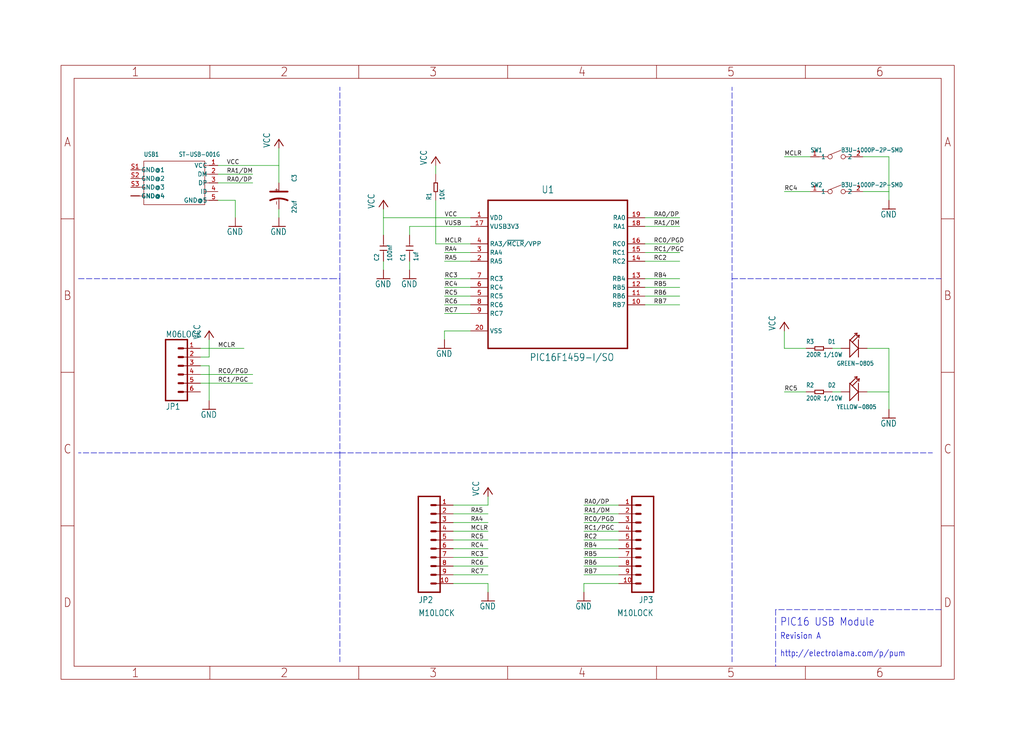
<source format=kicad_sch>
(kicad_sch (version 20211123) (generator eeschema)
  (paper "User" 298.45 217.881)
  (lib_symbols
    (symbol "eagleSchem-eagle-import:CERAMIC-100NF-50V-10%-X7R(0603)"
      (property "Reference" "C" (at -3.81 1.27 0))
      (property "Value" "CERAMIC-100NF-50V-10%-X7R(0603)" (at -3.81 -2.54 0))
      (symbol "CERAMIC-100NF-50V-10%-X7R(0603)_1_0"
        (polyline (pts (xy -1.27 0) (xy -0.635 0)) (stroke (width 0.1524)))
        (polyline (pts (xy -0.635 -1.016) (xy -0.635 0)) (stroke (width 0.254)))
        (polyline (pts (xy -0.635 0) (xy -0.635 1.016)) (stroke (width 0.254)))
        (polyline (pts (xy 0.635 0) (xy 0.635 -1.016)) (stroke (width 0.254)))
        (polyline (pts (xy 0.635 0) (xy 1.27 0)) (stroke (width 0.1524)))
        (polyline (pts (xy 0.635 1.016) (xy 0.635 0)) (stroke (width 0.254)))
        (pin passive line (at -3.81 0 0) (length 2.54) (name "1") (number "1"))
        (pin passive line (at 3.81 0 180) (length 2.54) (name "2") (number "2"))
      )
    )
    (symbol "eagleSchem-eagle-import:CERAMIC-1UF-25V-10%-X7R(0603)"
      (property "Reference" "C" (at -3.81 1.27 0))
      (property "Value" "CERAMIC-1UF-25V-10%-X7R(0603)" (at -3.81 -2.54 0))
      (symbol "CERAMIC-1UF-25V-10%-X7R(0603)_1_0"
        (polyline (pts (xy -1.27 0) (xy -0.635 0)) (stroke (width 0.1524)))
        (polyline (pts (xy -0.635 -1.016) (xy -0.635 0)) (stroke (width 0.254)))
        (polyline (pts (xy -0.635 0) (xy -0.635 1.016)) (stroke (width 0.254)))
        (polyline (pts (xy 0.635 0) (xy 0.635 -1.016)) (stroke (width 0.254)))
        (polyline (pts (xy 0.635 0) (xy 1.27 0)) (stroke (width 0.1524)))
        (polyline (pts (xy 0.635 1.016) (xy 0.635 0)) (stroke (width 0.254)))
        (pin passive line (at -3.81 0 0) (length 2.54) (name "1") (number "1"))
        (pin passive line (at 3.81 0 180) (length 2.54) (name "2") (number "2"))
      )
    )
    (symbol "eagleSchem-eagle-import:FRAME-A4L-PLAIN"
      (symbol "FRAME-A4L-PLAIN_0_0"
        (polyline (pts (xy 0 44.7675) (xy 3.81 44.7675)))
        (polyline (pts (xy 0 89.535) (xy 3.81 89.535)))
        (polyline (pts (xy 0 134.3025) (xy 3.81 134.3025)))
        (polyline (pts (xy 3.81 3.81) (xy 3.81 175.26)))
        (polyline (pts (xy 43.3917 0) (xy 43.3917 3.81)))
        (polyline (pts (xy 43.3917 175.26) (xy 43.3917 179.07)))
        (polyline (pts (xy 86.7833 0) (xy 86.7833 3.81)))
        (polyline (pts (xy 86.7833 175.26) (xy 86.7833 179.07)))
        (polyline (pts (xy 130.175 0) (xy 130.175 3.81)))
        (polyline (pts (xy 130.175 175.26) (xy 130.175 179.07)))
        (polyline (pts (xy 173.5667 0) (xy 173.5667 3.81)))
        (polyline (pts (xy 173.5667 175.26) (xy 173.5667 179.07)))
        (polyline (pts (xy 216.9583 0) (xy 216.9583 3.81)))
        (polyline (pts (xy 216.9583 175.26) (xy 216.9583 179.07)))
        (polyline (pts (xy 256.54 3.81) (xy 3.81 3.81)))
        (polyline (pts (xy 256.54 3.81) (xy 256.54 175.26)))
        (polyline (pts (xy 256.54 44.7675) (xy 260.35 44.7675)))
        (polyline (pts (xy 256.54 89.535) (xy 260.35 89.535)))
        (polyline (pts (xy 256.54 134.3025) (xy 260.35 134.3025)))
        (polyline (pts (xy 256.54 175.26) (xy 3.81 175.26)))
        (polyline (pts (xy 0 0) (xy 260.35 0) (xy 260.35 179.07) (xy 0 179.07) (xy 0 0)))
        (text "1" (at 21.6958 1.905 0) (effects (font (size 2.54 2.286))))
        (text "1" (at 21.6958 177.165 0) (effects (font (size 2.54 2.286))))
        (text "2" (at 65.0875 1.905 0) (effects (font (size 2.54 2.286))))
        (text "2" (at 65.0875 177.165 0) (effects (font (size 2.54 2.286))))
        (text "3" (at 108.4792 1.905 0) (effects (font (size 2.54 2.286))))
        (text "3" (at 108.4792 177.165 0) (effects (font (size 2.54 2.286))))
        (text "4" (at 151.8708 1.905 0) (effects (font (size 2.54 2.286))))
        (text "4" (at 151.8708 177.165 0) (effects (font (size 2.54 2.286))))
        (text "5" (at 195.2625 1.905 0) (effects (font (size 2.54 2.286))))
        (text "5" (at 195.2625 177.165 0) (effects (font (size 2.54 2.286))))
        (text "6" (at 238.6542 1.905 0) (effects (font (size 2.54 2.286))))
        (text "6" (at 238.6542 177.165 0) (effects (font (size 2.54 2.286))))
        (text "A" (at 1.905 156.6863 0) (effects (font (size 2.54 2.286))))
        (text "A" (at 258.445 156.6863 0) (effects (font (size 2.54 2.286))))
        (text "B" (at 1.905 111.9188 0) (effects (font (size 2.54 2.286))))
        (text "B" (at 258.445 111.9188 0) (effects (font (size 2.54 2.286))))
        (text "C" (at 1.905 67.1513 0) (effects (font (size 2.54 2.286))))
        (text "C" (at 258.445 67.1513 0) (effects (font (size 2.54 2.286))))
        (text "D" (at 1.905 22.3838 0) (effects (font (size 2.54 2.286))))
        (text "D" (at 258.445 22.3838 0) (effects (font (size 2.54 2.286))))
      )
      (symbol "FRAME-A4L-PLAIN_1_0"
        (polyline (pts (xy 256.54 3.81) (xy 256.54 8.89)) (stroke (width 0.1016)))
        (polyline (pts (xy 256.54 8.89) (xy 256.54 13.97)) (stroke (width 0.1016)))
        (polyline (pts (xy 256.54 13.97) (xy 256.54 19.05)) (stroke (width 0.1016)))
        (polyline (pts (xy 256.54 19.05) (xy 256.54 24.13)) (stroke (width 0.1016)))
      )
    )
    (symbol "eagleSchem-eagle-import:GND" (power)
      (property "Value" "GND" (at -2.54 -2.54 0))
      (symbol "GND_1_0"
        (polyline (pts (xy -1.905 0) (xy 1.905 0)) (stroke (width 0.254)))
        (pin power_in line (at 0 2.54 270) (length 2.54) (name "GND") (number "1"))
      )
    )
    (symbol "eagleSchem-eagle-import:M06LOCK"
      (property "Reference" "JP" (at -5.08 10.922 0))
      (property "Value" "M06LOCK" (at -5.08 -10.16 0))
      (symbol "M06LOCK_1_0"
        (polyline (pts (xy -5.08 10.16) (xy -5.08 -7.62)) (stroke (width 0.4064)))
        (polyline (pts (xy -5.08 10.16) (xy 1.27 10.16)) (stroke (width 0.4064)))
        (polyline (pts (xy -1.27 -5.08) (xy 0 -5.08)) (stroke (width 0.6096)))
        (polyline (pts (xy -1.27 -2.54) (xy 0 -2.54)) (stroke (width 0.6096)))
        (polyline (pts (xy -1.27 0) (xy 0 0)) (stroke (width 0.6096)))
        (polyline (pts (xy -1.27 2.54) (xy 0 2.54)) (stroke (width 0.6096)))
        (polyline (pts (xy -1.27 5.08) (xy 0 5.08)) (stroke (width 0.6096)))
        (polyline (pts (xy -1.27 7.62) (xy 0 7.62)) (stroke (width 0.6096)))
        (polyline (pts (xy 1.27 -7.62) (xy -5.08 -7.62)) (stroke (width 0.4064)))
        (polyline (pts (xy 1.27 -7.62) (xy 1.27 10.16)) (stroke (width 0.4064)))
        (pin passive line (at 5.08 -5.08 180) (length 5.08) (name "1") (number "1"))
        (pin passive line (at 5.08 -2.54 180) (length 5.08) (name "2") (number "2"))
        (pin passive line (at 5.08 0 180) (length 5.08) (name "3") (number "3"))
        (pin passive line (at 5.08 2.54 180) (length 5.08) (name "4") (number "4"))
        (pin passive line (at 5.08 5.08 180) (length 5.08) (name "5") (number "5"))
        (pin passive line (at 5.08 7.62 180) (length 5.08) (name "6") (number "6"))
      )
    )
    (symbol "eagleSchem-eagle-import:M10LOCK"
      (property "Reference" "JP" (at 0 8.89 0))
      (property "Value" "M10LOCK" (at 0 -22.86 0))
      (symbol "M10LOCK_1_0"
        (polyline (pts (xy 0 7.62) (xy 0 -20.32)) (stroke (width 0.4064)))
        (polyline (pts (xy 0 7.62) (xy 6.35 7.62)) (stroke (width 0.4064)))
        (polyline (pts (xy 3.81 -17.78) (xy 5.08 -17.78)) (stroke (width 0.6096)))
        (polyline (pts (xy 3.81 -15.24) (xy 5.08 -15.24)) (stroke (width 0.6096)))
        (polyline (pts (xy 3.81 -12.7) (xy 5.08 -12.7)) (stroke (width 0.6096)))
        (polyline (pts (xy 3.81 -10.16) (xy 5.08 -10.16)) (stroke (width 0.6096)))
        (polyline (pts (xy 3.81 -7.62) (xy 5.08 -7.62)) (stroke (width 0.6096)))
        (polyline (pts (xy 3.81 -5.08) (xy 5.08 -5.08)) (stroke (width 0.6096)))
        (polyline (pts (xy 3.81 -2.54) (xy 5.08 -2.54)) (stroke (width 0.6096)))
        (polyline (pts (xy 3.81 0) (xy 5.08 0)) (stroke (width 0.6096)))
        (polyline (pts (xy 3.81 2.54) (xy 5.08 2.54)) (stroke (width 0.6096)))
        (polyline (pts (xy 3.81 5.08) (xy 5.08 5.08)) (stroke (width 0.6096)))
        (polyline (pts (xy 6.35 -20.32) (xy 0 -20.32)) (stroke (width 0.4064)))
        (polyline (pts (xy 6.35 -20.32) (xy 6.35 7.62)) (stroke (width 0.4064)))
        (pin passive line (at 10.16 -17.78 180) (length 5.08) (name "1") (number "1"))
        (pin passive line (at 10.16 5.08 180) (length 5.08) (name "10") (number "10"))
        (pin passive line (at 10.16 -15.24 180) (length 5.08) (name "2") (number "2"))
        (pin passive line (at 10.16 -12.7 180) (length 5.08) (name "3") (number "3"))
        (pin passive line (at 10.16 -10.16 180) (length 5.08) (name "4") (number "4"))
        (pin passive line (at 10.16 -7.62 180) (length 5.08) (name "5") (number "5"))
        (pin passive line (at 10.16 -5.08 180) (length 5.08) (name "6") (number "6"))
        (pin passive line (at 10.16 -2.54 180) (length 5.08) (name "7") (number "7"))
        (pin passive line (at 10.16 0 180) (length 5.08) (name "8") (number "8"))
        (pin passive line (at 10.16 2.54 180) (length 5.08) (name "9") (number "9"))
      )
    )
    (symbol "eagleSchem-eagle-import:MICRO-USB-SMD-B-WITHOUT-POST-W{slash}P(ST-USB-001G)"
      (property "Reference" "USB" (at -8.89 7.62 0))
      (property "Value" "MICRO-USB-SMD-B-WITHOUT-POST-W{slash}P(ST-USB-001G)" (at 1.27 7.62 0))
      (symbol "MICRO-USB-SMD-B-WITHOUT-POST-W{slash}P(ST-USB-001G)_1_0"
        (polyline (pts (xy -10.16 -3.81) (xy -8.89 -3.81)) (stroke (width 0.1524)))
        (polyline (pts (xy -10.16 -1.27) (xy -8.89 -1.27)) (stroke (width 0.1524)))
        (polyline (pts (xy -10.16 1.27) (xy -8.89 1.27)) (stroke (width 0.1524)))
        (polyline (pts (xy -10.16 3.81) (xy -8.89 3.81)) (stroke (width 0.1524)))
        (polyline (pts (xy -8.89 -6.35) (xy 8.89 -6.35)) (stroke (width 0.1524)))
        (polyline (pts (xy -8.89 -3.81) (xy -8.89 -6.35)) (stroke (width 0.1524)))
        (polyline (pts (xy -8.89 -1.27) (xy -8.89 -3.81)) (stroke (width 0.1524)))
        (polyline (pts (xy -8.89 1.27) (xy -8.89 -1.27)) (stroke (width 0.1524)))
        (polyline (pts (xy -8.89 3.81) (xy -8.89 1.27)) (stroke (width 0.1524)))
        (polyline (pts (xy -8.89 6.35) (xy -8.89 3.81)) (stroke (width 0.1524)))
        (polyline (pts (xy 8.89 -6.35) (xy 8.89 -5.08)) (stroke (width 0.1524)))
        (polyline (pts (xy 8.89 -5.08) (xy 8.89 -2.54)) (stroke (width 0.1524)))
        (polyline (pts (xy 8.89 -5.08) (xy 10.16 -5.08)) (stroke (width 0.1524)))
        (polyline (pts (xy 8.89 -2.54) (xy 8.89 0)) (stroke (width 0.1524)))
        (polyline (pts (xy 8.89 -2.54) (xy 10.16 -2.54)) (stroke (width 0.1524)))
        (polyline (pts (xy 8.89 0) (xy 8.89 2.54)) (stroke (width 0.1524)))
        (polyline (pts (xy 8.89 0) (xy 10.16 0)) (stroke (width 0.1524)))
        (polyline (pts (xy 8.89 2.54) (xy 8.89 5.08)) (stroke (width 0.1524)))
        (polyline (pts (xy 8.89 2.54) (xy 10.16 2.54)) (stroke (width 0.1524)))
        (polyline (pts (xy 8.89 5.08) (xy 8.89 6.35)) (stroke (width 0.1524)))
        (polyline (pts (xy 8.89 5.08) (xy 11.43 5.08)) (stroke (width 0.1524)))
        (polyline (pts (xy 8.89 6.35) (xy -8.89 6.35)) (stroke (width 0.1524)))
        (pin bidirectional line (at 12.7 5.08 180) (length 2.54) (name "VCC") (number "1"))
        (pin bidirectional line (at 12.7 2.54 180) (length 2.54) (name "DM") (number "2"))
        (pin bidirectional line (at 12.7 0 180) (length 2.54) (name "DP") (number "3"))
        (pin bidirectional line (at 12.7 -2.54 180) (length 2.54) (name "ID") (number "4"))
        (pin bidirectional line (at 12.7 -5.08 180) (length 2.54) (name "GND@5") (number "5"))
        (pin bidirectional line (at -12.7 3.81 0) (length 2.54) (name "GND@1") (number "S1"))
        (pin bidirectional line (at -12.7 1.27 0) (length 2.54) (name "GND@2") (number "S2"))
        (pin bidirectional line (at -12.7 -1.27 0) (length 2.54) (name "GND@3") (number "S3"))
        (pin bidirectional line (at -12.7 -3.81 0) (length 2.54) (name "GND@4") (number "S4"))
        (pin bidirectional line (at -12.7 -3.81 0) (length 2.54) (name "GND@4") (number "S5"))
        (pin bidirectional line (at -12.7 -3.81 0) (length 2.54) (name "GND@4") (number "S6"))
      )
    )
    (symbol "eagleSchem-eagle-import:PIC16F1459-I{slash}SO"
      (property "Value" "PIC16F1459-I{slash}SO" (at -8.2296 -29.1592 0))
      (symbol "PIC16F1459-I{slash}SO_1_0"
        (polyline (pts (xy -20.32 -25.4) (xy 20.32 -25.4)) (stroke (width 0.4064)))
        (polyline (pts (xy -20.32 17.78) (xy -20.32 -25.4)) (stroke (width 0.4064)))
        (polyline (pts (xy 20.32 -25.4) (xy 20.32 17.78)) (stroke (width 0.4064)))
        (polyline (pts (xy 20.32 17.78) (xy -20.32 17.78)) (stroke (width 0.4064)))
        (pin power_in line (at -25.4 12.7 0) (length 5.08) (name "VDD") (number "1"))
        (pin bidirectional line (at 25.4 -12.7 180) (length 5.08) (name "RB7") (number "10"))
        (pin bidirectional line (at 25.4 -10.16 180) (length 5.08) (name "RB6") (number "11"))
        (pin bidirectional line (at 25.4 -7.62 180) (length 5.08) (name "RB5") (number "12"))
        (pin bidirectional line (at 25.4 -5.08 180) (length 5.08) (name "RB4") (number "13"))
        (pin bidirectional line (at 25.4 0 180) (length 5.08) (name "RC2") (number "14"))
        (pin bidirectional line (at 25.4 2.54 180) (length 5.08) (name "RC1") (number "15"))
        (pin bidirectional line (at 25.4 5.08 180) (length 5.08) (name "RC0") (number "16"))
        (pin power_in line (at -25.4 10.16 0) (length 5.08) (name "VUSB3V3") (number "17"))
        (pin bidirectional line (at 25.4 10.16 180) (length 5.08) (name "RA1") (number "18"))
        (pin bidirectional line (at 25.4 12.7 180) (length 5.08) (name "RA0") (number "19"))
        (pin bidirectional line (at -25.4 0 0) (length 5.08) (name "RA5") (number "2"))
        (pin power_in line (at -25.4 -20.32 0) (length 5.08) (name "VSS") (number "20"))
        (pin bidirectional line (at -25.4 2.54 0) (length 5.08) (name "RA4") (number "3"))
        (pin bidirectional line (at -25.4 5.08 0) (length 5.08) (name "RA3/~{MCLR}/VPP") (number "4"))
        (pin bidirectional line (at -25.4 -10.16 0) (length 5.08) (name "RC5") (number "5"))
        (pin bidirectional line (at -25.4 -7.62 0) (length 5.08) (name "RC4") (number "6"))
        (pin bidirectional line (at -25.4 -5.08 0) (length 5.08) (name "RC3") (number "7"))
        (pin bidirectional line (at -25.4 -12.7 0) (length 5.08) (name "RC6") (number "8"))
        (pin bidirectional line (at -25.4 -15.24 0) (length 5.08) (name "RC7") (number "9"))
      )
    )
    (symbol "eagleSchem-eagle-import:SMD-BUTTON(2P-3.0X2.5X1.2+0.4MM)-B3U-1000P-2P-SMD"
      (property "Reference" "SW" (at -7.62 1.27 0))
      (property "Value" "SMD-BUTTON(2P-3.0X2.5X1.2+0.4MM)-B3U-1000P-2P-SMD" (at 1.27 1.27 0))
      (symbol "SMD-BUTTON(2P-3.0X2.5X1.2+0.4MM)-B3U-1000P-2P-SMD_1_0"
        (circle (center -1.905 0) (radius 0.635) (stroke (width 0.1524)))
        (polyline (pts (xy -5.08 0) (xy -2.54 0)) (stroke (width 0.1524)))
        (polyline (pts (xy -1.905 0.635) (xy 1.27 1.905)) (stroke (width 0.1524)))
        (polyline (pts (xy 2.54 0) (xy 5.08 0)) (stroke (width 0.1524)))
        (circle (center 1.905 0) (radius 0.635) (stroke (width 0.1524)))
        (pin bidirectional line (at -7.62 0 0) (length 2.54) (name "1") (number "1"))
        (pin bidirectional line (at 7.62 0 180) (length 2.54) (name "2") (number "2"))
      )
    )
    (symbol "eagleSchem-eagle-import:SMD-LED-CLEAR-GREEN(0805)"
      (property "Reference" "D" (at -7.62 1.27 0))
      (property "Value" "SMD-LED-CLEAR-GREEN(0805)" (at -5.08 -5.08 0))
      (symbol "SMD-LED-CLEAR-GREEN(0805)_1_0"
        (polyline (pts (xy -1.27 -2.54) (xy -1.27 2.54)) (stroke (width 0.254)))
        (polyline (pts (xy -1.27 2.54) (xy -1.143 2.413)) (stroke (width 0.254)))
        (polyline (pts (xy -1.143 2.413) (xy -0.508 1.778)) (stroke (width 0.254)))
        (polyline (pts (xy -1.143 2.413) (xy 0.889 4.445)) (stroke (width 0.254)))
        (polyline (pts (xy -0.508 1.778) (xy 1.27 0)) (stroke (width 0.254)))
        (polyline (pts (xy -0.508 1.778) (xy 1.524 3.81)) (stroke (width 0.254)))
        (polyline (pts (xy 0.889 4.445) (xy 0.127 4.318)) (stroke (width 0.254)))
        (polyline (pts (xy 0.889 4.445) (xy 0.762 3.683)) (stroke (width 0.254)))
        (polyline (pts (xy 1.27 0) (xy -1.27 -2.54)) (stroke (width 0.254)))
        (polyline (pts (xy 1.27 2.54) (xy 1.27 -2.54)) (stroke (width 0.254)))
        (polyline (pts (xy 1.524 3.81) (xy 0.762 3.683)) (stroke (width 0.254)))
        (polyline (pts (xy 1.524 3.81) (xy 1.397 3.048)) (stroke (width 0.254)))
        (pin passive line (at -3.81 0 0) (length 2.54) (name "+") (number "+"))
        (pin passive line (at 3.81 0 180) (length 2.54) (name "-") (number "-"))
      )
    )
    (symbol "eagleSchem-eagle-import:SMD-LED-CLEAR-YELLOW(0805)"
      (property "Reference" "D" (at -7.62 1.27 0))
      (property "Value" "SMD-LED-CLEAR-YELLOW(0805)" (at -5.08 -5.08 0))
      (symbol "SMD-LED-CLEAR-YELLOW(0805)_1_0"
        (polyline (pts (xy -1.27 -2.54) (xy -1.27 2.54)) (stroke (width 0.254)))
        (polyline (pts (xy -1.27 2.54) (xy -1.143 2.413)) (stroke (width 0.254)))
        (polyline (pts (xy -1.143 2.413) (xy -0.508 1.778)) (stroke (width 0.254)))
        (polyline (pts (xy -1.143 2.413) (xy 0.889 4.445)) (stroke (width 0.254)))
        (polyline (pts (xy -0.508 1.778) (xy 1.27 0)) (stroke (width 0.254)))
        (polyline (pts (xy -0.508 1.778) (xy 1.524 3.81)) (stroke (width 0.254)))
        (polyline (pts (xy 0.889 4.445) (xy 0.127 4.318)) (stroke (width 0.254)))
        (polyline (pts (xy 0.889 4.445) (xy 0.762 3.683)) (stroke (width 0.254)))
        (polyline (pts (xy 1.27 0) (xy -1.27 -2.54)) (stroke (width 0.254)))
        (polyline (pts (xy 1.27 2.54) (xy 1.27 -2.54)) (stroke (width 0.254)))
        (polyline (pts (xy 1.524 3.81) (xy 0.762 3.683)) (stroke (width 0.254)))
        (polyline (pts (xy 1.524 3.81) (xy 1.397 3.048)) (stroke (width 0.254)))
        (pin passive line (at -3.81 0 0) (length 2.54) (name "+") (number "+"))
        (pin passive line (at 3.81 0 180) (length 2.54) (name "-") (number "-"))
      )
    )
    (symbol "eagleSchem-eagle-import:SMD-RES-10K-1%-1{slash}10W(0603)"
      (property "Reference" "R" (at -3.81 1.27 0))
      (property "Value" "SMD-RES-10K-1%-1{slash}10W(0603)" (at -3.81 -2.54 0))
      (symbol "SMD-RES-10K-1%-1{slash}10W(0603)_1_0"
        (polyline (pts (xy -1.27 -0.508) (xy -1.27 0.508)) (stroke (width 0.254)))
        (polyline (pts (xy -1.27 0.508) (xy 1.27 0.508)) (stroke (width 0.254)))
        (polyline (pts (xy 1.27 -0.508) (xy -1.27 -0.508)) (stroke (width 0.254)))
        (polyline (pts (xy 1.27 0.508) (xy 1.27 -0.508)) (stroke (width 0.254)))
        (pin passive line (at -3.81 0 0) (length 2.54) (name "1") (number "1"))
        (pin passive line (at 3.81 0 180) (length 2.54) (name "2") (number "2"))
      )
    )
    (symbol "eagleSchem-eagle-import:SMD-RES-200R-5%-1{slash}10W(0603)"
      (property "Reference" "R" (at -3.81 1.27 0))
      (property "Value" "SMD-RES-200R-5%-1{slash}10W(0603)" (at -3.81 -2.54 0))
      (symbol "SMD-RES-200R-5%-1{slash}10W(0603)_1_0"
        (polyline (pts (xy -1.27 -0.508) (xy -1.27 0.508)) (stroke (width 0.254)))
        (polyline (pts (xy -1.27 0.508) (xy 1.27 0.508)) (stroke (width 0.254)))
        (polyline (pts (xy 1.27 -0.508) (xy -1.27 -0.508)) (stroke (width 0.254)))
        (polyline (pts (xy 1.27 0.508) (xy 1.27 -0.508)) (stroke (width 0.254)))
        (pin passive line (at -3.81 0 0) (length 2.54) (name "1") (number "1"))
        (pin passive line (at 3.81 0 180) (length 2.54) (name "2") (number "2"))
      )
    )
    (symbol "eagleSchem-eagle-import:TANTALUM-SMD-22UF-16V(AVX-B)"
      (property "Reference" "C" (at -6.35 3.81 0))
      (property "Value" "TANTALUM-SMD-22UF-16V(AVX-B)" (at 1.27 3.81 0))
      (symbol "TANTALUM-SMD-22UF-16V(AVX-B)_1_0"
        (polyline (pts (xy -1.27 2.54) (xy -1.27 -2.54)) (stroke (width 0.508)))
        (polyline (pts (xy 1.27 0) (xy 0.635 0)) (stroke (width 0.1524)))
        (arc (start 1.27 2.54) (mid 0.731 0) (end 1.27 -2.54) (stroke (width 0.508)))
        (text "+" (at -2.54 0 0) (effects (font (size 1.27 1.0795)) (justify left bottom)))
        (text "-" (at 1.27 0 0) (effects (font (size 1.27 1.0795)) (justify left bottom)))
        (pin passive line (at -3.81 0 0) (length 2.54) (name "+") (number "+"))
        (pin passive line (at 3.81 0 180) (length 2.54) (name "-") (number "-"))
      )
    )
    (symbol "eagleSchem-eagle-import:VCC" (power)
      (property "Value" "VCC" (at -2.54 -2.54 90))
      (symbol "VCC_1_0"
        (polyline (pts (xy 0 0) (xy -1.27 -1.905)) (stroke (width 0.254)))
        (polyline (pts (xy 1.27 -1.905) (xy 0 0)) (stroke (width 0.254)))
        (pin power_in line (at 0 -2.54 90) (length 2.54) (name "VCC") (number "1"))
      )
    )
  )
  (wire (pts (xy 137.16 76.2) (xy 129.54 76.2)))
  (wire (pts (xy 127 71.12) (xy 137.16 71.12)))
  (wire (pts (xy 187.96 66.04) (xy 198.12 66.04)))
  (polyline (pts (xy 99.06 132.08) (xy 22.86 132.08)))
  (wire (pts (xy 180.34 162.56) (xy 170.18 162.56)))
  (wire (pts (xy 60.96 106.68) (xy 60.96 116.84)))
  (wire (pts (xy 242.57 101.6) (xy 245.11 101.6)))
  (wire (pts (xy 119.38 76.2) (xy 119.38 78.74)))
  (polyline (pts (xy 99.06 132.08) (xy 213.36 132.08)))
  (wire (pts (xy 137.16 91.44) (xy 129.54 91.44)))
  (wire (pts (xy 187.96 86.36) (xy 198.12 86.36)))
  (wire (pts (xy 137.16 81.28) (xy 129.54 81.28)))
  (wire (pts (xy 180.34 165.1) (xy 170.18 165.1)))
  (wire (pts (xy 129.54 96.52) (xy 129.54 99.06)))
  (wire (pts (xy 259.08 114.3) (xy 259.08 101.6)))
  (wire (pts (xy 132.08 170.18) (xy 142.24 170.18)))
  (wire (pts (xy 187.96 88.9) (xy 198.12 88.9)))
  (wire (pts (xy 187.96 63.5) (xy 198.12 63.5)))
  (wire (pts (xy 81.28 48.26) (xy 81.28 43.18)))
  (wire (pts (xy 132.08 147.32) (xy 142.24 147.32)))
  (polyline (pts (xy 213.36 81.28) (xy 274.32 81.28)))
  (wire (pts (xy 180.34 152.4) (xy 170.18 152.4)))
  (wire (pts (xy 180.34 160.02) (xy 170.18 160.02)))
  (polyline (pts (xy 226.06 177.8) (xy 226.06 194.31)))
  (wire (pts (xy 132.08 160.02) (xy 142.24 160.02)))
  (wire (pts (xy 58.42 104.14) (xy 60.96 104.14)))
  (polyline (pts (xy 22.86 81.28) (xy 96.52 81.28)))
  (wire (pts (xy 132.08 167.64) (xy 142.24 167.64)))
  (wire (pts (xy 111.76 60.96) (xy 111.76 63.5)))
  (polyline (pts (xy 213.36 81.28) (xy 213.36 25.4)))
  (wire (pts (xy 60.96 104.14) (xy 60.96 99.06)))
  (wire (pts (xy 242.57 114.3) (xy 245.11 114.3)))
  (wire (pts (xy 58.42 101.6) (xy 71.12 101.6)))
  (wire (pts (xy 58.42 106.68) (xy 60.96 106.68)))
  (wire (pts (xy 170.18 170.18) (xy 170.18 172.72)))
  (polyline (pts (xy 96.52 81.28) (xy 99.06 81.28)))
  (wire (pts (xy 187.96 71.12) (xy 198.12 71.12)))
  (wire (pts (xy 251.46 45.72) (xy 259.08 45.72)))
  (wire (pts (xy 142.24 170.18) (xy 142.24 172.72)))
  (wire (pts (xy 228.6 96.52) (xy 228.6 101.6)))
  (wire (pts (xy 252.73 114.3) (xy 259.08 114.3)))
  (wire (pts (xy 187.96 73.66) (xy 198.12 73.66)))
  (wire (pts (xy 58.42 111.76) (xy 73.66 111.76)))
  (wire (pts (xy 187.96 81.28) (xy 198.12 81.28)))
  (wire (pts (xy 137.16 73.66) (xy 129.54 73.66)))
  (wire (pts (xy 81.28 60.96) (xy 81.28 63.5)))
  (wire (pts (xy 137.16 63.5) (xy 111.76 63.5)))
  (polyline (pts (xy 213.36 132.08) (xy 213.36 81.28)))
  (wire (pts (xy 127 58.42) (xy 127 71.12)))
  (wire (pts (xy 119.38 66.04) (xy 119.38 68.58)))
  (wire (pts (xy 63.5 53.34) (xy 73.66 53.34)))
  (wire (pts (xy 58.42 109.22) (xy 73.66 109.22)))
  (wire (pts (xy 236.22 45.72) (xy 228.6 45.72)))
  (polyline (pts (xy 274.32 177.8) (xy 226.06 177.8)))
  (wire (pts (xy 132.08 152.4) (xy 142.24 152.4)))
  (wire (pts (xy 137.16 96.52) (xy 129.54 96.52)))
  (wire (pts (xy 180.34 147.32) (xy 170.18 147.32)))
  (wire (pts (xy 142.24 147.32) (xy 142.24 144.78)))
  (polyline (pts (xy 213.36 132.08) (xy 271.78 132.08)))
  (wire (pts (xy 180.34 157.48) (xy 170.18 157.48)))
  (wire (pts (xy 63.5 58.42) (xy 68.58 58.42)))
  (wire (pts (xy 259.08 114.3) (xy 259.08 119.38)))
  (wire (pts (xy 63.5 50.8) (xy 73.66 50.8)))
  (wire (pts (xy 132.08 165.1) (xy 142.24 165.1)))
  (wire (pts (xy 236.22 55.88) (xy 228.6 55.88)))
  (wire (pts (xy 180.34 149.86) (xy 170.18 149.86)))
  (wire (pts (xy 228.6 114.3) (xy 234.95 114.3)))
  (polyline (pts (xy 99.06 132.08) (xy 99.06 193.04)))
  (wire (pts (xy 252.73 101.6) (xy 259.08 101.6)))
  (wire (pts (xy 132.08 149.86) (xy 142.24 149.86)))
  (polyline (pts (xy 213.36 132.08) (xy 213.36 193.04)))
  (wire (pts (xy 187.96 83.82) (xy 198.12 83.82)))
  (wire (pts (xy 180.34 167.64) (xy 170.18 167.64)))
  (wire (pts (xy 63.5 48.26) (xy 81.28 48.26)))
  (wire (pts (xy 68.58 58.42) (xy 68.58 63.5)))
  (wire (pts (xy 228.6 101.6) (xy 234.95 101.6)))
  (wire (pts (xy 251.46 55.88) (xy 259.08 55.88)))
  (polyline (pts (xy 99.06 81.28) (xy 99.06 132.08)))
  (wire (pts (xy 180.34 170.18) (xy 170.18 170.18)))
  (wire (pts (xy 180.34 154.94) (xy 170.18 154.94)))
  (polyline (pts (xy 99.06 81.28) (xy 99.06 25.4)))
  (wire (pts (xy 137.16 66.04) (xy 119.38 66.04)))
  (wire (pts (xy 127 48.26) (xy 127 50.8)))
  (wire (pts (xy 132.08 154.94) (xy 142.24 154.94)))
  (wire (pts (xy 111.76 63.5) (xy 111.76 68.58)))
  (wire (pts (xy 111.76 76.2) (xy 111.76 78.74)))
  (wire (pts (xy 187.96 76.2) (xy 198.12 76.2)))
  (wire (pts (xy 137.16 86.36) (xy 129.54 86.36)))
  (wire (pts (xy 259.08 55.88) (xy 259.08 58.42)))
  (wire (pts (xy 137.16 88.9) (xy 129.54 88.9)))
  (wire (pts (xy 137.16 83.82) (xy 129.54 83.82)))
  (wire (pts (xy 132.08 162.56) (xy 142.24 162.56)))
  (wire (pts (xy 132.08 157.48) (xy 142.24 157.48)))
  (wire (pts (xy 81.28 53.34) (xy 81.28 48.26)))
  (wire (pts (xy 259.08 45.72) (xy 259.08 55.88)))
  (text "http://electrolama.com/p/pum" (at 227.33 191.77 180) (effects (font (size 1.778 1.5113)) (justify left bottom)))
  (text "Revision A" (at 227.33 186.69 180) (effects (font (size 1.778 1.5113)) (justify left bottom)))
  (text "PIC16 USB Module" (at 227.33 182.88 180) (effects (font (size 2.286 1.9431)) (justify left bottom)))
  (label "RC4" (at 228.6 55.88 0) (effects (font (size 1.2446 1.2446))))
  (label "RB6" (at 170.18 165.1 0) (effects (font (size 1.2446 1.2446))))
  (label "RC3" (at 129.54 81.28 0) (effects (font (size 1.2446 1.2446))))
  (label "RC5" (at 228.6 114.3 0) (effects (font (size 1.2446 1.2446))))
  (label "RB5" (at 170.18 162.56 0) (effects (font (size 1.2446 1.2446))))
  (label "VCC" (at 129.54 63.5 0) (effects (font (size 1.2446 1.2446))))
  (label "RA4" (at 129.54 73.66 0) (effects (font (size 1.2446 1.2446))))
  (label "VCC" (at 66.04 48.26 0) (effects (font (size 1.2446 1.2446))))
  (label "RC6" (at 137.16 165.1 0) (effects (font (size 1.2446 1.2446))))
  (label "VUSB" (at 129.54 66.04 0) (effects (font (size 1.2446 1.2446))))
  (label "RC5" (at 137.16 157.48 0) (effects (font (size 1.2446 1.2446))))
  (label "RB5" (at 190.5 83.82 0) (effects (font (size 1.2446 1.2446))))
  (label "RC4" (at 137.16 160.02 0) (effects (font (size 1.2446 1.2446))))
  (label "MCLR" (at 228.6 45.72 0) (effects (font (size 1.2446 1.2446))))
  (label "RC2" (at 190.5 76.2 0) (effects (font (size 1.2446 1.2446))))
  (label "RB4" (at 190.5 81.28 0) (effects (font (size 1.2446 1.2446))))
  (label "RB7" (at 170.18 167.64 0) (effects (font (size 1.2446 1.2446))))
  (label "RA1/DM" (at 190.5 66.04 0) (effects (font (size 1.2446 1.2446))))
  (label "RC1/PGC" (at 170.18 154.94 0) (effects (font (size 1.2446 1.2446))))
  (label "RC1/PGC" (at 190.5 73.66 0) (effects (font (size 1.2446 1.2446))))
  (label "RC7" (at 129.54 91.44 0) (effects (font (size 1.2446 1.2446))))
  (label "RA1/DM" (at 170.18 149.86 0) (effects (font (size 1.2446 1.2446))))
  (label "RC6" (at 129.54 88.9 0) (effects (font (size 1.2446 1.2446))))
  (label "RA0/DP" (at 190.5 63.5 0) (effects (font (size 1.2446 1.2446))))
  (label "RC2" (at 170.18 157.48 0) (effects (font (size 1.2446 1.2446))))
  (label "RC0/PGD" (at 190.5 71.12 0) (effects (font (size 1.2446 1.2446))))
  (label "MCLR" (at 129.54 71.12 0) (effects (font (size 1.2446 1.2446))))
  (label "RC0/PGD" (at 63.5 109.22 0) (effects (font (size 1.2446 1.2446))))
  (label "RB4" (at 170.18 160.02 0) (effects (font (size 1.2446 1.2446))))
  (label "RC1/PGC" (at 63.5 111.76 0) (effects (font (size 1.2446 1.2446))))
  (label "RB7" (at 190.5 88.9 0) (effects (font (size 1.2446 1.2446))))
  (label "RC3" (at 137.16 162.56 0) (effects (font (size 1.2446 1.2446))))
  (label "RB6" (at 190.5 86.36 0) (effects (font (size 1.2446 1.2446))))
  (label "MCLR" (at 63.5 101.6 0) (effects (font (size 1.2446 1.2446))))
  (label "RC4" (at 129.54 83.82 0) (effects (font (size 1.2446 1.2446))))
  (label "RC5" (at 129.54 86.36 0) (effects (font (size 1.2446 1.2446))))
  (label "RA1/DM" (at 66.04 50.8 0) (effects (font (size 1.2446 1.2446))))
  (label "RA5" (at 137.16 149.86 0) (effects (font (size 1.2446 1.2446))))
  (label "RA0/DP" (at 170.18 147.32 0) (effects (font (size 1.2446 1.2446))))
  (label "RC0/PGD" (at 170.18 152.4 0) (effects (font (size 1.2446 1.2446))))
  (label "RC7" (at 137.16 167.64 0) (effects (font (size 1.2446 1.2446))))
  (label "RA4" (at 137.16 152.4 0) (effects (font (size 1.2446 1.2446))))
  (label "MCLR" (at 137.16 154.94 0) (effects (font (size 1.2446 1.2446))))
  (label "RA0/DP" (at 66.04 53.34 0) (effects (font (size 1.2446 1.2446))))
  (label "RA5" (at 129.54 76.2 0) (effects (font (size 1.2446 1.2446))))
  (symbol (lib_id "eagleSchem-eagle-import:M06LOCK") (at 53.34 106.68 0) (mirror x) (unit 1)
    (property "Reference" "JP1" (at 48.26 117.602 0) (effects (font (size 1.778 1.5113)) (justify left bottom)))
    (property "Value" "M06LOCK" (at 48.26 96.52 0) (effects (font (size 1.778 1.5113)) (justify left bottom)))
    (property "Footprint" "eagleSchem:1X06_LOCK" (effects hide))
  )
  (symbol (lib_id "eagleSchem-eagle-import:GND") (at 81.28 66.04 0) (unit 1)
    (property "Reference" "#GND2" (effects hide))
    (property "Value" "GND" (at 78.74 68.58 0) (effects (font (size 1.778 1.5113)) (justify left bottom)))
    (property "Footprint" "eagleSchem:" (effects hide))
  )
  (symbol (lib_id "eagleSchem-eagle-import:VCC") (at 81.28 40.64 0) (unit 1)
    (property "Reference" "#P+1" (effects hide))
    (property "Value" "VCC" (at 78.74 43.18 90) (effects (font (size 1.778 1.5113)) (justify left bottom)))
    (property "Footprint" "eagleSchem:" (effects hide))
  )
  (symbol (lib_id "eagleSchem-eagle-import:GND") (at 142.24 175.26 0) (unit 1)
    (property "Reference" "#GND9" (effects hide))
    (property "Value" "GND" (at 139.7 177.8 0) (effects (font (size 1.778 1.5113)) (justify left bottom)))
    (property "Footprint" "eagleSchem:" (effects hide))
  )
  (symbol (lib_id "eagleSchem-eagle-import:GND") (at 111.76 81.28 0) (unit 1)
    (property "Reference" "#GND3" (effects hide))
    (property "Value" "GND" (at 109.22 83.82 0) (effects (font (size 1.778 1.5113)) (justify left bottom)))
    (property "Footprint" "eagleSchem:" (effects hide))
  )
  (symbol (lib_id "eagleSchem-eagle-import:CERAMIC-1UF-25V-10%-X7R(0603)") (at 119.38 72.39 90) (unit 1)
    (property "Reference" "C1" (at 118.11 76.2 0) (effects (font (size 1.27 1.0795)) (justify left bottom)))
    (property "Value" "1uf" (at 121.92 76.2 0) (effects (font (size 1.27 1.0795)) (justify left bottom)))
    (property "Footprint" "eagleSchem:C0603" (effects hide))
  )
  (symbol (lib_id "eagleSchem-eagle-import:GND") (at 119.38 81.28 0) (unit 1)
    (property "Reference" "#GND4" (effects hide))
    (property "Value" "GND" (at 116.84 83.82 0) (effects (font (size 1.778 1.5113)) (justify left bottom)))
    (property "Footprint" "eagleSchem:" (effects hide))
  )
  (symbol (lib_id "eagleSchem-eagle-import:SMD-RES-10K-1%-1{slash}10W(0603)") (at 127 54.61 90) (unit 1)
    (property "Reference" "R1" (at 125.73 58.42 0) (effects (font (size 1.27 1.0795)) (justify left bottom)))
    (property "Value" "10K" (at 129.54 58.42 0) (effects (font (size 1.27 1.0795)) (justify left bottom)))
    (property "Footprint" "eagleSchem:R0603" (effects hide))
  )
  (symbol (lib_id "eagleSchem-eagle-import:CERAMIC-100NF-50V-10%-X7R(0603)") (at 111.76 72.39 90) (unit 1)
    (property "Reference" "C2" (at 110.49 76.2 0) (effects (font (size 1.27 1.0795)) (justify left bottom)))
    (property "Value" "100nf" (at 114.3 76.2 0) (effects (font (size 1.27 1.0795)) (justify left bottom)))
    (property "Footprint" "eagleSchem:C0603" (effects hide))
  )
  (symbol (lib_id "eagleSchem-eagle-import:FRAME-A4L-PLAIN") (at 17.78 198.12 0) (unit 1)
    (property "Reference" "#FRAME2" (effects hide))
    (property "Value" "FRAME-A4L-PLAIN" (effects hide))
    (property "Footprint" "eagleSchem:" (effects hide))
  )
  (symbol (lib_id "eagleSchem-eagle-import:MICRO-USB-SMD-B-WITHOUT-POST-W{slash}P(ST-USB-001G)") (at 50.8 53.34 0) (unit 1)
    (property "Reference" "USB1" (at 41.91 45.72 0) (effects (font (size 1.27 1.0795)) (justify left bottom)))
    (property "Value" "ST-USB-001G" (at 52.07 45.72 0) (effects (font (size 1.27 1.0795)) (justify left bottom)))
    (property "Footprint" "eagleSchem:MICRO-USB5+4P-SMD-0.65-B" (effects hide))
  )
  (symbol (lib_id "eagleSchem-eagle-import:GND") (at 68.58 66.04 0) (unit 1)
    (property "Reference" "#GND1" (effects hide))
    (property "Value" "GND" (at 66.04 68.58 0) (effects (font (size 1.778 1.5113)) (justify left bottom)))
    (property "Footprint" "eagleSchem:" (effects hide))
  )
  (symbol (lib_id "eagleSchem-eagle-import:GND") (at 129.54 101.6 0) (unit 1)
    (property "Reference" "#GND5" (effects hide))
    (property "Value" "GND" (at 127 104.14 0) (effects (font (size 1.778 1.5113)) (justify left bottom)))
    (property "Footprint" "eagleSchem:" (effects hide))
  )
  (symbol (lib_id "eagleSchem-eagle-import:VCC") (at 127 45.72 0) (unit 1)
    (property "Reference" "#P+2" (effects hide))
    (property "Value" "VCC" (at 124.46 48.26 90) (effects (font (size 1.778 1.5113)) (justify left bottom)))
    (property "Footprint" "eagleSchem:" (effects hide))
  )
  (symbol (lib_id "eagleSchem-eagle-import:GND") (at 259.08 121.92 0) (unit 1)
    (property "Reference" "#GND6" (effects hide))
    (property "Value" "GND" (at 256.54 124.46 0) (effects (font (size 1.778 1.5113)) (justify left bottom)))
    (property "Footprint" "eagleSchem:" (effects hide))
  )
  (symbol (lib_id "eagleSchem-eagle-import:VCC") (at 142.24 142.24 0) (unit 1)
    (property "Reference" "#P+5" (effects hide))
    (property "Value" "VCC" (at 139.7 144.78 90) (effects (font (size 1.778 1.5113)) (justify left bottom)))
    (property "Footprint" "eagleSchem:" (effects hide))
  )
  (symbol (lib_id "eagleSchem-eagle-import:SMD-BUTTON(2P-3.0X2.5X1.2+0.4MM)-B3U-1000P-2P-SMD") (at 243.84 45.72 0) (unit 1)
    (property "Reference" "SW1" (at 236.22 44.45 0) (effects (font (size 1.27 1.0795)) (justify left bottom)))
    (property "Value" "B3U-1000P-2P-SMD" (at 245.11 44.45 0) (effects (font (size 1.27 1.0795)) (justify left bottom)))
    (property "Footprint" "eagleSchem:SW2-2.6-3.0X2.5X1.2+0.4MM" (effects hide))
  )
  (symbol (lib_id "eagleSchem-eagle-import:M10LOCK") (at 190.5 165.1 180) (unit 1)
    (property "Reference" "JP3" (at 190.5 173.99 0) (effects (font (size 1.778 1.5113)) (justify left bottom)))
    (property "Value" "M10LOCK" (at 190.5 177.8 0) (effects (font (size 1.778 1.5113)) (justify left bottom)))
    (property "Footprint" "eagleSchem:1X10_LOCK" (effects hide))
  )
  (symbol (lib_id "eagleSchem-eagle-import:GND") (at 259.08 60.96 0) (unit 1)
    (property "Reference" "#GND8" (effects hide))
    (property "Value" "GND" (at 256.54 63.5 0) (effects (font (size 1.778 1.5113)) (justify left bottom)))
    (property "Footprint" "eagleSchem:" (effects hide))
  )
  (symbol (lib_id "eagleSchem-eagle-import:SMD-LED-CLEAR-GREEN(0805)") (at 248.92 101.6 0) (unit 1)
    (property "Reference" "D1" (at 241.3 100.33 0) (effects (font (size 1.27 1.0795)) (justify left bottom)))
    (property "Value" "GREEN-0805" (at 243.84 106.68 0) (effects (font (size 1.27 1.0795)) (justify left bottom)))
    (property "Footprint" "eagleSchem:LED-0805" (effects hide))
  )
  (symbol (lib_id "eagleSchem-eagle-import:VCC") (at 228.6 93.98 0) (unit 1)
    (property "Reference" "#P+7" (effects hide))
    (property "Value" "VCC" (at 226.06 96.52 90) (effects (font (size 1.778 1.5113)) (justify left bottom)))
    (property "Footprint" "eagleSchem:" (effects hide))
  )
  (symbol (lib_id "eagleSchem-eagle-import:PIC16F1459-I{slash}SO") (at 162.56 76.2 0) (unit 1)
    (property "Reference" "U1" (at 157.7594 56.4388 0) (effects (font (size 2.0828 1.7703)) (justify left bottom)))
    (property "Value" "PIC16F1459-I{slash}SO" (at 154.3304 105.3592 0) (effects (font (size 2.0828 1.7703)) (justify left bottom)))
    (property "Footprint" "eagleSchem:SOIC127P1030X265-20N" (effects hide))
  )
  (symbol (lib_id "eagleSchem-eagle-import:VCC") (at 111.76 58.42 0) (unit 1)
    (property "Reference" "#P+4" (effects hide))
    (property "Value" "VCC" (at 109.22 60.96 90) (effects (font (size 1.778 1.5113)) (justify left bottom)))
    (property "Footprint" "eagleSchem:" (effects hide))
  )
  (symbol (lib_id "eagleSchem-eagle-import:GND") (at 60.96 119.38 0) (unit 1)
    (property "Reference" "#GND11" (effects hide))
    (property "Value" "GND" (at 58.42 121.92 0) (effects (font (size 1.778 1.5113)) (justify left bottom)))
    (property "Footprint" "eagleSchem:" (effects hide))
  )
  (symbol (lib_id "eagleSchem-eagle-import:SMD-RES-200R-5%-1{slash}10W(0603)") (at 238.76 101.6 0) (unit 1)
    (property "Reference" "R3" (at 234.95 100.33 0) (effects (font (size 1.27 1.0795)) (justify left bottom)))
    (property "Value" "200R 1/10W" (at 234.95 104.14 0) (effects (font (size 1.27 1.0795)) (justify left bottom)))
    (property "Footprint" "eagleSchem:R0603" (effects hide))
  )
  (symbol (lib_id "eagleSchem-eagle-import:VCC") (at 60.96 96.52 0) (unit 1)
    (property "Reference" "#P+3" (effects hide))
    (property "Value" "VCC" (at 58.42 99.06 90) (effects (font (size 1.778 1.5113)) (justify left bottom)))
    (property "Footprint" "eagleSchem:" (effects hide))
  )
  (symbol (lib_id "eagleSchem-eagle-import:TANTALUM-SMD-22UF-16V(AVX-B)") (at 81.28 57.15 270) (unit 1)
    (property "Reference" "C3" (at 85.09 50.8 0) (effects (font (size 1.27 1.0795)) (justify left bottom)))
    (property "Value" "22uf" (at 85.09 58.42 0) (effects (font (size 1.27 1.0795)) (justify left bottom)))
    (property "Footprint" "eagleSchem:AVX-B" (effects hide))
  )
  (symbol (lib_id "eagleSchem-eagle-import:M10LOCK") (at 121.92 165.1 0) (mirror x) (unit 1)
    (property "Reference" "JP2" (at 121.92 173.99 0) (effects (font (size 1.778 1.5113)) (justify left bottom)))
    (property "Value" "M10LOCK" (at 121.92 177.8 0) (effects (font (size 1.778 1.5113)) (justify left bottom)))
    (property "Footprint" "eagleSchem:1X10_LOCK" (effects hide))
  )
  (symbol (lib_id "eagleSchem-eagle-import:GND") (at 170.18 175.26 0) (unit 1)
    (property "Reference" "#GND10" (effects hide))
    (property "Value" "GND" (at 167.64 177.8 0) (effects (font (size 1.778 1.5113)) (justify left bottom)))
    (property "Footprint" "eagleSchem:" (effects hide))
  )
  (symbol (lib_id "eagleSchem-eagle-import:SMD-LED-CLEAR-YELLOW(0805)") (at 248.92 114.3 0) (unit 1)
    (property "Reference" "D2" (at 241.3 113.03 0) (effects (font (size 1.27 1.0795)) (justify left bottom)))
    (property "Value" "YELLOW-0805" (at 243.84 119.38 0) (effects (font (size 1.27 1.0795)) (justify left bottom)))
    (property "Footprint" "eagleSchem:LED-0805" (effects hide))
  )
  (symbol (lib_id "eagleSchem-eagle-import:SMD-BUTTON(2P-3.0X2.5X1.2+0.4MM)-B3U-1000P-2P-SMD") (at 243.84 55.88 0) (unit 1)
    (property "Reference" "SW2" (at 236.22 54.61 0) (effects (font (size 1.27 1.0795)) (justify left bottom)))
    (property "Value" "B3U-1000P-2P-SMD" (at 245.11 54.61 0) (effects (font (size 1.27 1.0795)) (justify left bottom)))
    (property "Footprint" "eagleSchem:SW2-2.6-3.0X2.5X1.2+0.4MM" (effects hide))
  )
  (symbol (lib_id "eagleSchem-eagle-import:SMD-RES-200R-5%-1{slash}10W(0603)") (at 238.76 114.3 0) (unit 1)
    (property "Reference" "R2" (at 234.95 113.03 0) (effects (font (size 1.27 1.0795)) (justify left bottom)))
    (property "Value" "200R 1/10W" (at 234.95 116.84 0) (effects (font (size 1.27 1.0795)) (justify left bottom)))
    (property "Footprint" "eagleSchem:R0603" (effects hide))
  )
)
</source>
